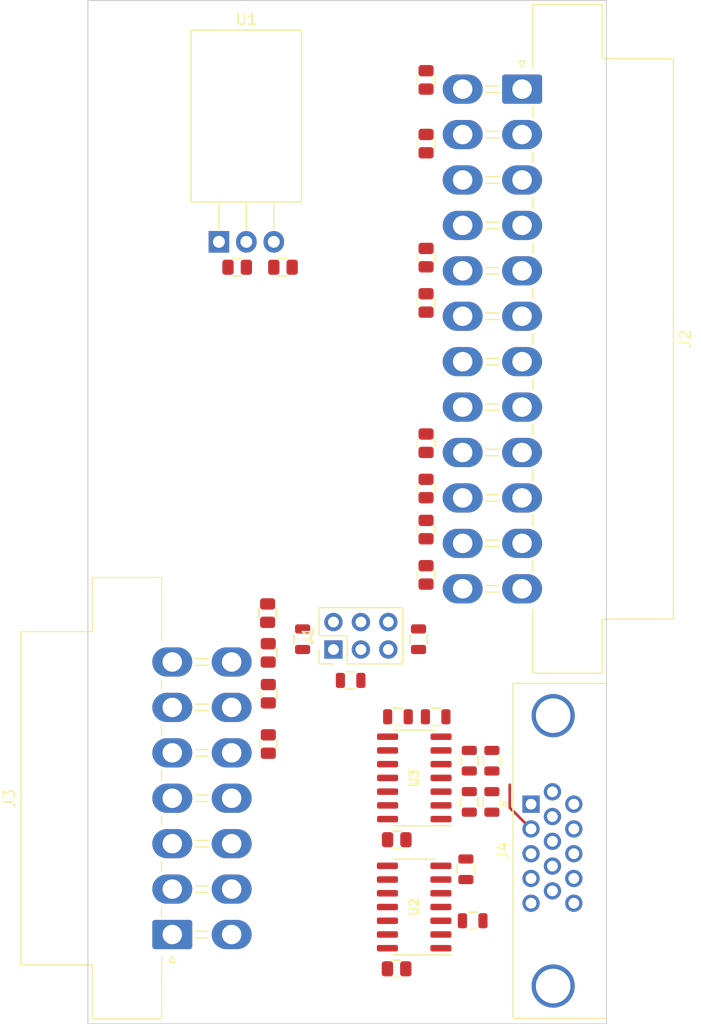
<source format=kicad_pcb>
(kicad_pcb (version 20211014) (generator pcbnew)
  (layers (0 "F.Cu" signal) (31 "B.Cu" signal) (34 "B.Paste" user) (35 "F.Paste" user) (36 "B.SilkS" user "B.Silkscreen") (37 "F.SilkS" user "F.Silkscreen") (38 "B.Mask" user) (39 "F.Mask" user) (44 "Edge.Cuts" user))
  (net 0 "")
  (net 1 "+12V")
  (net 2 "GND")
  (net 3 "+5V")
  (net 4 "+3V3")
  (net 5 "-12V")
  (net 6 "-5V")
  (net 7 "/HSx")
  (net 8 "/VSx")
  (net 9 "/PWR_OK")
  (net 10 "+5VP")
  (net 11 "/~{PS_ON}")
  (net 13 "/Ci")
  (net 14 "/HSi")
  (net 15 "/VSi")
  (net 16 "/Ro")
  (net 17 "/Go")
  (net 18 "/Bo")
  (net 23 "/HSo")
  (net 24 "/VSo")
  (net 26 "Net-(R4-Pad1)")
  (net 27 "Net-(R5-Pad1)")
  (net 28 "Net-(U3-Pad3)")
  (net 29 "Net-(U3-Pad6)")
  (net 30 "Net-(U3-Pad8)")
  (net 31 "/Cx")
  (footprint "stdpads:C_0805" (layer "F.Cu") (at 106.2525 175.700999)
    (fp_text reference "C10")
    (fp_text value "2u2")
    (fp_line (start -0.4064 0.8) (end 0.4064 0.8) (layer "F.SilkS") (width 0.1524))
    (fp_line (start -0.4064 -0.8) (end 0.4064 -0.8) (layer "F.SilkS") (width 0.1524))
    (pad "1" smd roundrect locked (at -0.85 0) (size 1.05 1.4) (layers "F.Cu" "F.Paste" "F.Mask") (net 4 "+3V3"))
    (pad "2" smd roundrect locked (at 0.85 0) (size 1.05 1.4) (layers "F.Cu" "F.Paste" "F.Mask") (net 2 "GND"))
  )
  (footprint "stdpads:R_0805" (layer "F.Cu") (at 97.536 157.1625 90)
    (fp_text reference "R3")
    (fp_text value "1k")
    (fp_line (start -0.4064 -0.8) (end 0.4064 -0.8) (layer "F.SilkS") (width 0.1524))
    (fp_line (start -0.4064 0.8) (end 0.4064 0.8) (layer "F.SilkS") (width 0.1524))
    (pad "1" smd roundrect locked (at -0.95 0 90) (size 0.85 1.4) (layers "F.Cu" "F.Paste" "F.Mask") (net 7 "/HSx"))
    (pad "2" smd roundrect locked (at 0.95 0 90) (size 0.85 1.4) (layers "F.Cu" "F.Paste" "F.Mask") (net 4 "+3V3"))
  )
  (footprint "Package_TO_SOT_THT:TO-220-3_Horizontal_TabDown" (layer "F.Cu") (at 89.789 120.4185)
    (fp_text reference "U1" (at 2.54 -20.58) (layer "F.SilkS"))
    (fp_text value "LM7905_TO220")
    (fp_line (start 7.66 -19.58) (end 7.66 -3.69) (layer "F.SilkS") (width 0.12))
    (fp_line (start 0 -3.69) (end 0 -1.15) (layer "F.SilkS") (width 0.12))
    (fp_line (start 2.54 -3.69) (end 2.54 -1.15) (layer "F.SilkS") (width 0.12))
    (fp_line (start 5.08 -3.69) (end 5.08 -1.15) (layer "F.SilkS") (width 0.12))
    (fp_line (start -2.58 -3.69) (end 7.66 -3.69) (layer "F.SilkS") (width 0.12))
    (fp_line (start -2.58 -19.58) (end -2.58 -3.69) (layer "F.SilkS") (width 0.12))
    (fp_line (start -2.58 -19.58) (end 7.66 -19.58) (layer "F.SilkS") (width 0.12))
    (pad "" np_thru_hole oval (at 2.54 -16.66) (size 3.5 3.5) (drill 3.5) (layers *.Cu *.Mask))
    (pad "1" thru_hole rect (at 0 0) (size 1.905 2) (drill 1.1) (layers *.Cu *.Mask) (net 2 "GND"))
    (pad "2" thru_hole oval (at 2.54 0) (size 1.905 2) (drill 1.1) (layers *.Cu *.Mask) (net 5 "-12V"))
    (pad "3" thru_hole oval (at 5.08 0) (size 1.905 2) (drill 1.1) (layers *.Cu *.Mask) (net 6 "-5V"))
  )
  (footprint "stdpads:R_0805" (layer "F.Cu") (at 108.2675 157.1625 90)
    (fp_text reference "R1")
    (fp_text value "1k")
    (fp_line (start -0.4064 -0.8) (end 0.4064 -0.8) (layer "F.SilkS") (width 0.1524))
    (fp_line (start -0.4064 0.8) (end 0.4064 0.8) (layer "F.SilkS") (width 0.1524))
    (pad "1" smd roundrect locked (at -0.95 0 90) (size 0.85 1.4) (layers "F.Cu" "F.Paste" "F.Mask") (net 31 "/Cx"))
    (pad "2" smd roundrect locked (at 0.95 0 90) (size 0.85 1.4) (layers "F.Cu" "F.Paste" "F.Mask") (net 4 "+3V3"))
  )
  (footprint "stdpads:C_0805" (layer "F.Cu") (at 108.966 147.0235 -90)
    (fp_text reference "C2")
    (fp_text value "2u2")
    (fp_line (start -0.4064 0.8) (end 0.4064 0.8) (layer "F.SilkS") (width 0.1524))
    (fp_line (start -0.4064 -0.8) (end 0.4064 -0.8) (layer "F.SilkS") (width 0.1524))
    (pad "1" smd roundrect locked (at -0.85 0 270) (size 1.05 1.4) (layers "F.Cu" "F.Paste" "F.Mask") (net 1 "+12V"))
    (pad "2" smd roundrect locked (at 0.85 0 270) (size 1.05 1.4) (layers "F.Cu" "F.Paste" "F.Mask") (net 2 "GND"))
  )
  (footprint "Connector_Molex:Molex_Mini-Fit_Jr_5569-14A1_2x07_P4.20mm_Horizontal" (layer "F.Cu") (at 85.471 184.4675 90)
    (fp_text reference "J3" (at 12.6 -15.1 90) (layer "F.SilkS"))
    (fp_text value "Mac")
    (fp_line (start 12.9 2.11) (end 12.9 3.39) (layer "F.SilkS") (width 0.12))
    (fp_line (start -2.6 -0.3) (end -2 0) (layer "F.SilkS") (width 0.12))
    (fp_line (start 17.1 2.11) (end 17.1 3.39) (layer "F.SilkS") (width 0.12))
    (fp_line (start 16.5 2.11) (end 16.5 3.39) (layer "F.SilkS") (width 0.12))
    (fp_line (start 33.01 -7.41) (end 33.01 -0.99) (layer "F.SilkS") (width 0.12))
    (fp_line (start -2 0) (end -2.6 0.3) (layer "F.SilkS") (width 0.12))
    (fp_line (start 20.7 2.11) (end 20.7 3.39) (layer "F.SilkS") (width 0.12))
    (fp_line (start 14.21 -1) (end 15.19 -1) (layer "F.SilkS") (width 0.12))
    (fp_line (start -2.81 -14.01) (end -2.81 -7.41) (layer "F.SilkS") (width 0.12))
    (fp_line (start 12.6 -14.01) (end 28.01 -14.01) (layer "F.SilkS") (width 0.12))
    (fp_line (start -0.3 2.11) (end -0.3 3.39) (layer "F.SilkS") (width 0.12))
    (fp_line (start 8.7 2.11) (end 8.7 3.39) (layer "F.SilkS") (width 0.12))
    (fp_line (start 21.3 2.11) (end 21.3 3.39) (layer "F.SilkS") (width 0.12))
    (fp_line (start 1.61 -1) (end 2.59 -1) (layer "F.SilkS") (width 0.12))
    (fp_line (start 12.3 2.11) (end 12.3 3.39) (layer "F.SilkS") (width 0.12))
    (fp_line (start 5.81 -1) (end 6.79 -1) (layer "F.SilkS") (width 0.12))
    (fp_line (start 8.1 2.11) (end 8.1 3.39) (layer "F.SilkS") (width 0.12))
    (fp_line (start 33.01 -0.99) (end 27.2 -0.99) (layer "F.SilkS") (width 0.12))
    (fp_line (start 3.9 2.11) (end 3.9 3.39) (layer "F.SilkS") (width 0.12))
    (fp_line (start 24.9 2.11) (end 24.9 3.39) (layer "F.SilkS") (width 0.12))
    (fp_line (start 0.3 2.11) (end 0.3 3.39) (layer "F.SilkS") (width 0.12))
    (fp_line (start 28.01 -7.41) (end 33.01 -7.41) (layer "F.SilkS") (width 0.12))
    (fp_line (start -2.6 0.3) (end -2.6 -0.3) (layer "F.SilkS") (width 0.12))
    (fp_line (start 25.5 2.11) (end 25.5 3.39) (layer "F.SilkS") (width 0.12))
    (fp_line (start 10.01 -1) (end 10.99 -1) (layer "F.SilkS") (width 0.12))
    (fp_line (start 18.41 -1) (end 19.39 -1) (layer "F.SilkS") (width 0.12))
    (fp_line (start -7.81 -0.99) (end -2 -0.99) (layer "F.SilkS") (width 0.12))
    (fp_line (start 22.61 -1) (end 23.59 -1) (layer "F.SilkS") (width 0.12))
    (fp_line (start 12.6 -14.01) (end -2.81 -14.01) (layer "F.SilkS") (width 0.12))
    (fp_line (start -7.81 -7.41) (end -7.81 -0.99) (layer "F.SilkS") (width 0.12))
    (fp_line (start -2.81 -7.41) (end -7.81 -7.41) (layer "F.SilkS") (width 0.12))
    (fp_line (start 28.01 -14.01) (end 28.01 -7.41) (layer "F.SilkS") (width 0.12))
    (fp_line (start 4.5 2.11) (end 4.5 3.39) (layer "F.SilkS") (width 0.12))
    (pad "" np_thru_hole circle (at 29.7 -4.2 90) (size 3.2 3.2) (drill 3.2) (layers *.Cu *.Mask))
    (pad "" np_thru_hole circle (at -4.5 -4.2 90) (size 3.2 3.2) (drill 3.2) (layers *.Cu *.Mask))
    (pad "1" thru_hole roundrect (at 0 0 90) (size 2.7 3.7) (drill 1.8) (layers *.Cu *.Mask) (roundrect_rratio 0.092593) (net 2 "GND"))
    (pad "2" thru_hole oval (at 4.2 0 90) (size 2.7 3.7) (drill 1.8) (layers *.Cu *.Mask) (net 2 "GND"))
    (pad "3" thru_hole oval (at 8.4 0 90) (size 2.7 3.7) (drill 1.8) (layers *.Cu *.Mask) (net 2 "GND"))
    (pad "4" thru_hole oval (at 12.6 0 90) (size 2.7 3.7) (drill 1.8) (layers *.Cu *.Mask) (net 2 "GND"))
    (pad "5" thru_hole oval (at 16.8 0 90) (size 2.7 3.7) (drill 1.8) (layers *.Cu *.Mask) (net 2 "GND"))
    (pad "6" thru_hole oval (at 21 0 90) (size 2.7 3.7) (drill 1.8) (layers *.Cu *.Mask) (net 6 "-5V"))
    (pad "7" thru_hole oval (at 25.2 0 90) (size 2.7 3.7) (drill 1.8) (layers *.Cu *.Mask) (net 5 "-12V"))
    (pad "8" thru_hole oval (at 0 5.5 90) (size 2.7 3.7) (drill 1.8) (layers *.Cu *.Mask) (net 2 "GND"))
    (pad "9" thru_hole oval (at 4.2 5.5 90) (size 2.7 3.7) (drill 1.8) (layers *.Cu *.Mask) (net 13 "/Ci"))
    (pad "10" thru_hole oval (at 8.4 5.5 90) (size 2.7 3.7) (drill 1.8) (layers *.Cu *.Mask) (net 14 "/HSi"))
    (pad "11" thru_hole oval (at 12.6 5.5 90) (size 2.7 3.7) (drill 1.8) (layers *.Cu *.Mask) (net 15 "/VSi"))
    (pad "12" thru_hole oval (at 16.8 5.5 90) (size 2.7 3.7) (drill 1.8) (layers *.Cu *.Mask) (net 3 "+5V"))
    (pad "13" thru_hole oval (at 21 5.5 90) (size 2.7 3.7) (drill 1.8) (layers *.Cu *.Mask) (net 3 "+5V"))
    (pad "14" thru_hole oval (at 25.2 5.5 90) (size 2.7 3.7) (drill 1.8) (layers *.Cu *.Mask) (net 1 "+12V"))
  )
  (footprint "stdpads:R_0805" (layer "F.Cu") (at 109.855 164.334499 180)
    (fp_text reference "R11")
    (fp_text value "130")
    (fp_line (start -0.4064 -0.8) (end 0.4064 -0.8) (layer "F.SilkS") (width 0.1524))
    (fp_line (start -0.4064 0.8) (end 0.4064 0.8) (layer "F.SilkS") (width 0.1524))
    (pad "1" smd roundrect locked (at -0.95 0 180) (size 0.85 1.4) (layers "F.Cu" "F.Paste" "F.Mask") (net 2 "GND"))
    (pad "2" smd roundrect locked (at 0.95 0 180) (size 0.85 1.4) (layers "F.Cu" "F.Paste" "F.Mask") (net 18 "/Bo"))
  )
  (footprint "stdpads:C_0805" (layer "F.Cu") (at 108.966 126.0685 -90)
    (fp_text reference "C7")
    (fp_text value "2u2")
    (fp_line (start -0.4064 -0.8) (end 0.4064 -0.8) (layer "F.SilkS") (width 0.1524))
    (fp_line (start -0.4064 0.8) (end 0.4064 0.8) (layer "F.SilkS") (width 0.1524))
    (pad "1" smd roundrect locked (at -0.85 0 270) (size 1.05 1.4) (layers "F.Cu" "F.Paste" "F.Mask") (net 3 "+5V"))
    (pad "2" smd roundrect locked (at 0.85 0 270) (size 1.05 1.4) (layers "F.Cu" "F.Paste" "F.Mask") (net 2 "GND"))
  )
  (footprint "stdpads:C_0805" (layer "F.Cu") (at 106.238 187.638999)
    (fp_text reference "C16")
    (fp_text value "2u2")
    (fp_line (start -0.4064 0.8) (end 0.4064 0.8) (layer "F.SilkS") (width 0.1524))
    (fp_line (start -0.4064 -0.8) (end 0.4064 -0.8) (layer "F.SilkS") (width 0.1524))
    (pad "1" smd roundrect locked (at -0.85 0) (size 1.05 1.4) (layers "F.Cu" "F.Paste" "F.Mask") (net 4 "+3V3"))
    (pad "2" smd roundrect locked (at 0.85 0) (size 1.05 1.4) (layers "F.Cu" "F.Paste" "F.Mask") (net 2 "GND"))
  )
  (footprint "Connector_Molex:Molex_Mini-Fit_Jr_5569-24A1_2x12_P4.20mm_Horizontal" (layer "F.Cu") (at 117.856 106.299 -90)
    (fp_text reference "J2" (at 23.1 -15.1 90) (layer "F.SilkS"))
    (fp_text value "ATX")
    (fp_line (start 31.01 -1) (end 31.99 -1) (layer "F.SilkS") (width 0.12))
    (fp_line (start 33.3 2.11) (end 33.3 3.39) (layer "F.SilkS") (width 0.12))
    (fp_line (start 0.3 2.11) (end 0.3 3.39) (layer "F.SilkS") (width 0.12))
    (fp_line (start 37.5 2.11) (end 37.5 3.39) (layer "F.SilkS") (width 0.12))
    (fp_line (start 39.41 -1) (end 40.39 -1) (layer "F.SilkS") (width 0.12))
    (fp_line (start 1.61 -1) (end 2.59 -1) (layer "F.SilkS") (width 0.12))
    (fp_line (start 26.81 -1) (end 27.79 -1) (layer "F.SilkS") (width 0.12))
    (fp_line (start 25.5 2.11) (end 25.5 3.39) (layer "F.SilkS") (width 0.12))
    (fp_line (start 10.01 -1) (end 10.99 -1) (layer "F.SilkS") (width 0.12))
    (fp_line (start 24.9 2.11) (end 24.9 3.39) (layer "F.SilkS") (width 0.12))
    (fp_line (start 49.01 -14.01) (end 49.01 -7.41) (layer "F.SilkS") (width 0.12))
    (fp_line (start 12.3 2.11) (end 12.3 3.39) (layer "F.SilkS") (width 0.12))
    (fp_line (start 21.3 2.11) (end 21.3 3.39) (layer "F.SilkS") (width 0.12))
    (fp_line (start 29.1 2.11) (end 29.1 3.39) (layer "F.SilkS") (width 0.12))
    (fp_line (start 46.5 2.11) (end 46.5 3.39) (layer "F.SilkS") (width 0.12))
    (fp_line (start 41.7 2.11) (end 41.7 3.39) (layer "F.SilkS") (width 0.12))
    (fp_line (start -2 0) (end -2.6 0.3) (layer "F.SilkS") (width 0.12))
    (fp_line (start 23.1 -14.01) (end -2.81 -14.01) (layer "F.SilkS") (width 0.12))
    (fp_line (start 14.21 -1) (end 15.19 -1) (layer "F.SilkS") (width 0.12))
    (fp_line (start -2.81 -14.01) (end -2.81 -7.41) (layer "F.SilkS") (width 0.12))
    (fp_line (start 23.1 -14.01) (end 49.01 -14.01) (layer "F.SilkS") (width 0.12))
    (fp_line (start 20.7 2.11) (end 20.7 3.39) (layer "F.SilkS") (width 0.12))
    (fp_line (start -2.81 -7.41) (end -7.81 -7.41) (layer "F.SilkS") (width 0.12))
    (fp_line (start 16.5 2.11) (end 16.5 3.39) (layer "F.SilkS") (width 0.12))
    (fp_line (start 3.9 2.11) (end 3.9 3.39) (layer "F.SilkS") (width 0.12))
    (fp_line (start -2.6 0.3) (end -2.6 -0.3) (layer "F.SilkS") (width 0.12))
    (fp_line (start 38.1 2.11) (end 38.1 3.39) (layer "F.SilkS") (width 0.12))
    (fp_line (start 35.21 -1) (end 36.19 -1) (layer "F.SilkS") (width 0.12))
    (fp_line (start 12.9 2.11) (end 12.9 3.39) (layer "F.SilkS") (width 0.12))
    (fp_line (start 8.1 2.11) (end 8.1 3.39) (layer "F.SilkS") (width 0.12))
    (fp_line (start 29.7 2.11) (end 29.7 3.39) (layer "F.SilkS") (width 0.12))
    (fp_line (start 54.01 -7.41) (end 54.01 -0.99) (layer "F.SilkS") (width 0.12))
    (fp_line (start 8.7 2.11) (end 8.7 3.39) (layer "F.SilkS") (width 0.12))
    (fp_line (start 22.61 -1) (end 23.59 -1) (layer "F.SilkS") (width 0.12))
    (fp_line (start 17.1 2.11) (end 17.1 3.39) (layer "F.SilkS") (width 0.12))
    (fp_line (start 5.81 -1) (end 6.79 -1) (layer "F.SilkS") (width 0.12))
    (fp_line (start -2.6 -0.3) (end -2 0) (layer "F.SilkS") (width 0.12))
    (fp_line (start 4.5 2.11) (end 4.5 3.39) (layer "F.SilkS") (width 0.12))
    (fp_line (start -7.81 -7.41) (end -7.81 -0.99) (layer "F.SilkS") (width 0.12))
    (fp_line (start 45.9 2.11) (end 45.9 3.39) (layer "F.SilkS") (width 0.12))
    (fp_line (start 54.01 -0.99) (end 48.2 -0.99) (layer "F.SilkS") (width 0.12))
    (fp_line (start -0.3 2.11) (end -0.3 3.39) (layer "F.SilkS") (width 0.12))
    (fp_line (start 33.9 2.11) (end 33.9 3.39) (layer "F.SilkS") (width 0.12))
    (fp_line (start 42.3 2.11) (end 42.3 3.39) (layer "F.SilkS") (width 0.12))
    (fp_line (start 18.41 -1) (end 19.39 -1) (layer "F.SilkS") (width 0.12))
    (fp_line (start 43.61 -1) (end 44.59 -1) (layer "F.SilkS") (width 0.12))
    (fp_line (start 49.01 -7.41) (end 54.01 -7.41) (layer "F.SilkS") (width 0.12))
    (fp_line (start -7.81 -0.99) (end -2 -0.99) (layer "F.SilkS") (width 0.12))
    (pad "" np_thru_hole circle (at -4.5 -4.2 270) (size 3.2 3.2) (drill 3.2) (layers *.Cu *.Mask))
    (pad "" np_thru_hole circle (at 50.7 -4.2 270) (size 3.2 3.2) (drill 3.2) (layers *.Cu *.Mask))
    (pad "1" thru_hole roundrect (at 0 0 270) (size 2.7 3.7) (drill 1.8) (layers *.Cu *.Mask) (roundrect_rratio 0.092593) (net 4 "+3V3"))
    (pad "2" thru_hole oval (at 4.2 0 270) (size 2.7 3.7) (drill 1.8) (layers *.Cu *.Mask) (net 4 "+3V3"))
    (pad "3" thru_hole oval (at 8.4 0 270) (size 2.7 3.7) (drill 1.8) (layers *.Cu *.Mask) (net 2 "GND"))
    (pad "4" thru_hole oval (at 12.6 0 270) (size 2.7 3.7) (drill 1.8) (layers *.Cu *.Mask) (net 3 "+5V"))
    (pad "5" thru_hole oval (at 16.8 0 270) (size 2.7 3.7) (drill 1.8) (layers *.Cu *.Mask) (net 2 "GND"))
    (pad "6" thru_hole oval (at 21 0 270) (size 2.7 3.7) (drill 1.8) (layers *.Cu *.Mask) (net 3 "+5V"))
    (pad "7" thru_hole oval (at 25.2 0 270) (size 2.7 3.7) (drill 1.8) (layers *.Cu *.Mask) (net 2 "GND"))
    (pad "8" thru_hole oval (at 29.4 0 270) (size 2.7 3.7) (drill 1.8) (layers *.Cu *.Mask) (net 9 "/PWR_OK"))
    (pad "9" thru_hole oval (at 33.6 0 270) (size 2.7 3.7) (drill 1.8) (layers *.Cu *.Mask) (net 10 "+5VP"))
    (pad "10" thru_hole oval (at 37.8 0 270) (size 2.7 3.7) (drill 1.8) (layers *.Cu *.Mask) (net 1 "+12V"))
    (pad "11" thru_hole oval (at 42 0 270) (size 2.7 3.7) (drill 1.8) (layers *.Cu *.Mask) (net 1 "+12V"))
    (pad "12" thru_hole oval (at 46.2 0 270) (size 2.7 3.7) (drill 1.8) (layers *.Cu *.Mask) (net 4 "+3V3"))
    (pad "13" thru_hole oval (at 0 5.5 270) (size 2.7 3.7) (drill 1.8) (layers *.Cu *.Mask) (net 4 "+3V3"))
    (pad "14" thru_hole oval (at 4.2 5.5 270) (size 2.7 3.7) (drill 1.8) (layers *.Cu *.Mask) (net 5 "-12V"))
    (pad "15" thru_hole oval (at 8.4 5.5 270) (size 2.7 3.7) (drill 1.8) (layers *.Cu *.Mask) (net 2 "GND"))
    (pad "16" thru_hole oval (at 12.6 5.5 270) (size 2.7 3.7) (drill 1.8) (layers *.Cu *.Mask) (net 11 "/~{PS_ON}"))
    (pad "17" thru_hole oval (at 16.8 5.5 270) (size 2.7 3.7) (drill 1.8) (layers *.Cu *.Mask) (net 2 "GND"))
    (pad "18" thru_hole oval (at 21 5.5 270) (size 2.7 3.7) (drill 1.8) (layers *.Cu *.Mask) (net 2 "GND"))
    (pad "19" thru_hole oval (at 25.2 5.5 270) (size 2.7 3.7) (drill 1.8) (layers *.Cu *.Mask) (net 2 "GND"))
    (pad "20" thru_hole oval (at 29.4 5.5 270) (size 2.7 3.7) (drill 1.8) (layers *.Cu *.Mask))
    (pad "21" thru_hole oval (at 33.6 5.5 270) (size 2.7 3.7) (drill 1.8) (layers *.Cu *.Mask) (net 3 "+5V"))
    (pad "22" thru_hole oval (at 37.8 5.5 270) (size 2.7 3.7) (drill 1.8) (layers *.Cu *.Mask) (net 3 "+5V"))
    (pad "23" thru_hole oval (at 42 5.5 270) (size 2.7 3.7) (drill 1.8) (layers *.Cu *.Mask) (net 3 "+5V"))
    (pad "24" thru_hole oval (at 46.2 5.5 270) (size 2.7 3.7) (drill 1.8) (layers *.Cu *.Mask) (net 2 "GND"))
  )
  (footprint "stdpads:C_0805" (layer "F.Cu") (at 94.352 158.426 90)
    (fp_text reference "C1")
    (fp_text value "2u2")
    (fp_line (start -0.4064 -0.8) (end 0.4064 -0.8) (layer "F.SilkS") (width 0.1524))
    (fp_line (start -0.4064 0.8) (end 0.4064 0.8) (layer "F.SilkS") (width 0.1524))
    (pad "1" smd roundrect locked (at -0.85 0 90) (size 1.05 1.4) (layers "F.Cu" "F.Paste" "F.Mask") (net 1 "+12V"))
    (pad "2" smd roundrect locked (at 0.85 0 90) (size 1.05 1.4) (layers "F.Cu" "F.Paste" "F.Mask") (net 2 "GND"))
  )
  (footprint "stdpads:C_0805" (layer "F.Cu") (at 94.2975 154.7495 -90)
    (fp_text reference "C12")
    (fp_text value "2u2")
    (fp_line (start -0.4064 0.8) (end 0.4064 0.8) (layer "F.SilkS") (width 0.1524))
    (fp_line (start -0.4064 -0.8) (end 0.4064 -0.8) (layer "F.SilkS") (width 0.1524))
    (pad "1" smd roundrect locked (at -0.85 0 270) (size 1.05 1.4) (layers "F.Cu" "F.Paste" "F.Mask") (net 2 "GND"))
    (pad "2" smd roundrect locked (at 0.85 0 270) (size 1.05 1.4) (layers "F.Cu" "F.Paste" "F.Mask") (net 5 "-12V"))
  )
  (footprint "stdpads:C_0805" (layer "F.Cu") (at 108.966 143.228 90)
    (fp_text reference "C4")
    (fp_text value "2u2")
    (fp_line (start -0.4064 -0.8) (end 0.4064 -0.8) (layer "F.SilkS") (width 0.1524))
    (fp_line (start -0.4064 0.8) (end 0.4064 0.8) (layer "F.SilkS") (width 0.1524))
    (pad "1" smd roundrect locked (at -0.85 0 90) (size 1.05 1.4) (layers "F.Cu" "F.Paste" "F.Mask") (net 3 "+5V"))
    (pad "2" smd roundrect locked (at 0.85 0 90) (size 1.05 1.4) (layers "F.Cu" "F.Paste" "F.Mask") (net 2 "GND"))
  )
  (footprint "stdpads:C_0805" (layer "F.Cu") (at 94.361 162.2035 90)
    (fp_text reference "C15")
    (fp_text value "2u2")
    (fp_line (start -0.4064 -0.8) (end 0.4064 -0.8) (layer "F.SilkS") (width 0.1524))
    (fp_line (start -0.4064 0.8) (end 0.4064 0.8) (layer "F.SilkS") (width 0.1524))
    (pad "1" smd roundrect locked (at -0.85 0 90) (size 1.05 1.4) (layers "F.Cu" "F.Paste" "F.Mask") (net 2 "GND"))
    (pad "2" smd roundrect locked (at 0.85 0 90) (size 1.05 1.4) (layers "F.Cu" "F.Paste" "F.Mask") (net 6 "-5V"))
  )
  (footprint "stdpads:R_0805" (layer "F.Cu") (at 106.3625 164.334499)
    (fp_text reference "R10")
    (fp_text value "150")
    (fp_line (start -0.4064 -0.8) (end 0.4064 -0.8) (layer "F.SilkS") (width 0.1524))
    (fp_line (start -0.4064 0.8) (end 0.4064 0.8) (layer "F.SilkS") (width 0.1524))
    (pad "1" smd roundrect locked (at -0.95 0) (size 0.85 1.4) (layers "F.Cu" "F.Paste" "F.Mask") (net 30 "Net-(U3-Pad8)"))
    (pad "2" smd roundrect locked (at 0.95 0) (size 0.85 1.4) (layers "F.Cu" "F.Paste" "F.Mask") (net 18 "/Bo"))
  )
  (footprint "stdpads:R_0805" (layer "F.Cu") (at 112.6515 178.433999 90)
    (fp_text reference "R5")
    (fp_text value "47")
    (fp_line (start -0.4064 0.8) (end 0.4064 0.8) (layer "F.SilkS") (width 0.1524))
    (fp_line (start -0.4064 -0.8) (end 0.4064 -0.8) (layer "F.SilkS") (width 0.1524))
    (pad "1" smd roundrect locked (at -0.95 0 90) (size 0.85 1.4) (layers "F.Cu" "F.Paste" "F.Mask") (net 27 "Net-(R5-Pad1)"))
    (pad "2" smd roundrect locked (at 0.95 0 90) (size 0.85 1.4) (layers "F.Cu" "F.Paste" "F.Mask") (net 24 "/VSo"))
  )
  (footprint "stdpads:R_0805" (layer "F.Cu") (at 112.969 168.393499 -90)
    (fp_text reference "R8")
    (fp_text value "150")
    (fp_line (start -0.4064 -0.8) (end 0.4064 -0.8) (layer "F.SilkS") (width 0.1524))
    (fp_line (start -0.4064 0.8) (end 0.4064 0.8) (layer "F.SilkS") (width 0.1524))
    (pad "1" smd roundrect locked (at -0.95 0 270) (size 0.85 1.4) (layers "F.Cu" "F.Paste" "F.Mask") (net 29 "Net-(U3-Pad6)"))
    (pad "2" smd roundrect locked (at 0.95 0 270) (size 0.85 1.4) (layers "F.Cu" "F.Paste" "F.Mask") (net 17 "/Go"))
  )
  (footprint "stdpads:C_0805" (layer "F.Cu") (at 108.966 111.3365 90)
    (fp_text reference "C13")
    (fp_text value "2u2")
    (fp_line (start -0.4064 0.8) (end 0.4064 0.8) (layer "F.SilkS") (width 0.1524))
    (fp_line (start -0.4064 -0.8) (end 0.4064 -0.8) (layer "F.SilkS") (width 0.1524))
    (pad "1" smd roundrect locked (at -0.85 0 90) (size 1.05 1.4) (layers "F.Cu" "F.Paste" "F.Mask") (net 2 "GND"))
    (pad "2" smd roundrect locked (at 0.85 0 90) (size 1.05 1.4) (layers "F.Cu" "F.Paste" "F.Mask") (net 5 "-12V"))
  )
  (footprint "stdpads:C_0805" (layer "F.Cu") (at 91.479 122.768)
    (fp_text reference "C11")
    (fp_text value "2u2")
    (fp_line (start -0.4064 -0.8) (end 0.4064 -0.8) (layer "F.SilkS") (width 0.1524))
    (fp_line (start -0.4064 0.8) (end 0.4064 0.8) (layer "F.SilkS") (width 0.1524))
    (pad "1" smd roundrect locked (at -0.85 0) (size 1.05 1.4) (layers "F.Cu" "F.Paste" "F.Mask") (net 2 "GND"))
    (pad "2" smd roundrect locked (at 0.85 0) (size 1.05 1.4) (layers "F.Cu" "F.Paste" "F.Mask") (net 5 "-12V"))
  )
  (footprint "stdpads:R_0805" (layer "F.Cu") (at 115.062 172.205999 -90)
    (fp_text reference "R7")
    (fp_text value "130")
    (fp_line (start -0.4064 0.8) (end 0.4064 0.8) (layer "F.SilkS") (width 0.1524))
    (fp_line (start -0.4064 -0.8) (end 0.4064 -0.8) (layer "F.SilkS") (width 0.1524))
    (pad "1" smd roundrect locked (at -0.95 0 270) (size 0.85 1.4) (layers "F.Cu" "F.Paste" "F.Mask") (net 2 "GND"))
    (pad "2" smd roundrect locked (at 0.95 0 270) (size 0.85 1.4) (layers "F.Cu" "F.Paste" "F.Mask") (net 16 "/Ro"))
  )
  (footprint "stdpads:SOIC-14_3.9mm" (layer "F.Cu") (at 107.8645 181.923999 90)
    (fp_text reference "U2")
    (fp_text value "74LVC86AD")
    (fp_text user "${REFERENCE}" (at 0 0 90) (layer "F.SilkS") (effects (font (size 0.8128 0.8128) (thickness 0.2032))))
    (fp_line (start 4.425 0) (end 4.425 -1.95) (layer "F.SilkS") (width 0.12))
    (fp_line (start -4.425 0) (end -4.425 -1.95) (layer "F.SilkS") (width 0.12))
    (fp_line (start 4.425 0) (end 4.425 1.95) (layer "F.SilkS") (width 0.12))
    (fp_line (start -4.425 0) (end -4.425 3.45) (layer "F.SilkS") (width 0.12))
    (pad "1" smd roundrect locked (at -3.81 2.475 180) (size 1.95 0.6) (layers "F.Cu" "F.Paste" "F.Mask") (net 14 "/HSi"))
    (pad "2" smd roundrect locked (at -2.54 2.475 180) (size 1.95 0.6) (layers "F.Cu" "F.Paste" "F.Mask") (net 7 "/HSx"))
    (pad "3" smd roundrect locked (at -1.27 2.475 180) (size 1.95 0.6) (layers "F.Cu" "F.Paste" "F.Mask") (net 26 "Net-(R4-Pad1)"))
    (pad "4" smd roundrect locked (at 0 2.475 180) (size 1.95 0.6) (layers "F.Cu" "F.Paste" "F.Mask") (net 15 "/VSi"))
    (pad "5" smd roundrect locked (at 1.27 2.475 180) (size 1.95 0.6) (layers "F.Cu" "F.Paste" "F.Mask") (net 8 "/VSx"))
    (pad "6" smd roundrect locked (at 2.54 2.475 180) (size 1.95 0.6) (layers "F.Cu" "F.Paste" "F.Mask") (net 27 "Net-(R5-Pad1)"))
    (pad "7" smd roundrect locked (at 3.81 2.475 180) (size 1.95 0.6) (layers "F.Cu" "F.Paste" "F.Mask") (net 2 "GND"))
    (pad "8" smd roundrect locked (at 3.81 -2.475 180) (size 1.95 0.6) (layers "F.Cu" "F.Paste" "F.Mask"))
    (pad "9" smd roundrect locked (at 2.54 -2.475 180) (size 1.95 0.6) (layers "F.Cu" "F.Paste" "F.Mask") (net 2 "GND"))
    (pad "10" smd roundrect locked (at 1.27 -2.475 180) (size 1.95 0.6) (layers "F.Cu" "F.Paste" "F.Mask") (net 2 "GND"))
    (pad "11" smd roundrect locked (at 0 -2.475 180) (size 1.95 0.6) (layers "F.Cu" "F.Paste" "F.Mask"))
    (pad "12" smd roundrect locked (at -1.27 -2.475 180) (size 1.95 0.6) (layers "F.Cu" "F.Paste" "F.Mask") (net 2 "GND"))
    (pad "13" smd roundrect locked (at -2.54 -2.475 180) (size 1.95 0.6) (layers "F.Cu" "F.Paste" "F.Mask") (net 2 "GND"))
    (pad "14" smd roundrect locked (at -3.81 -2.475 180) (size 1.95 0.6) (layers "F.Cu" "F.Paste" "F.Mask") (net 4 "+3V3"))
  )
  (footprint "Connector_Dsub:DSUB-15-HD_Female_Horizontal_P2.29x1.98mm_EdgePinOffset3.03mm_Housed_MountingHolesOffset4.94mm" (layer "F.Cu") (at 118.685169 172.414499 90)
    (fp_text reference "J4" (at -4.315 -2.61 90) (layer "F.SilkS"))
    (fp_text value "VGA")
    (fp_line (start -0.25 -2.564338) (end 0.25 -2.564338) (layer "F.SilkS") (width 0.12))
    (fp_line (start -19.8 -1.67) (end 11.17 -1.67) (layer "F.SilkS") (width 0.12))
    (fp_line (start 11.17 -1.67) (end 11.17 6.93) (layer "F.SilkS") (width 0.12))
    (fp_line (start 0 -2.131325) (end -0.25 -2.564338) (layer "F.SilkS") (width 0.12))
    (fp_line (start 0.25 -2.564338) (end 0 -2.131325) (layer "F.SilkS") (width 0.12))
    (fp_line (start -19.8 6.93) (end -19.8 -1.67) (layer "F.SilkS") (width 0.12))
    (pad "0" thru_hole circle (at 8.185 2.05 90) (size 4 4) (drill 3.2) (layers *.Cu *.Mask) (net 2 "GND"))
    (pad "0" thru_hole circle (at -16.815 2.05 90) (size 4 4) (drill 3.2) (layers *.Cu *.Mask) (net 2 "GND"))
    (pad "1" thru_hole rect (at 0 0 90) (size 1.6 1.6) (drill 1) (layers *.Cu *.Mask) (net 16 "/Ro"))
    (pad "2" thru_hole circle (at -2.29 0 90) (size 1.6 1.6) (drill 1) (layers *.Cu *.Mask) (net 17 "/Go"))
    (pad "3" thru_hole circle (at -4.58 0 90) (size 1.6 1.6) (drill 1) (layers *.Cu *.Mask) (net 18 "/Bo"))
    (pad "4" thru_hole circle (at -6.87 0 90) (size 1.6 1.6) (drill 1) (layers *.Cu *.Mask))
    (pad "5" thru_hole circle (at -9.16 0 90) (size 1.6 1.6) (drill 1) (layers *.Cu *.Mask) (net 2 "GND"))
    (pad "6" thru_hole circle (at 1.145 1.98 90) (size 1.6 1.6) (drill 1) (layers *.Cu *.Mask) (net 2 "GND"))
    (pad "7" thru_hole circle (at -1.145 1.98 90) (size 1.6 1.6) (drill 1) (layers *.Cu *.Mask) (net 2 "GND"))
    (pad "8" thru_hole circle (at -3.435 1.98 90) (size 1.6 1.6) (drill 1) (layers *.Cu *.Mask) (net 2 "GND"))
    (pad "9" thru_hole circle (at -5.725 1.98 90) (size 1.6 1.6) (drill 1) (layers *.Cu *.Mask))
    (pad "10" thru_hole circle (at -8.015 1.98 90) (size 1.6 1.6) (drill 1) (layers *.Cu *.Mask) (net 2 "GND"))
    (pad "11" thru_hole circle (at 0 3.96 90) (size 1.6 1.6) (drill 1) (layers *.Cu *.Mask))
    (pad "12" thru_hole circle (at -2.29 3.96 90) (size 1.6 1.6) (drill 1) (layers *.Cu *.Mask))
    (pad "13" thru_hole circle (at -4.58 3.96 90) (size 1.6 1.6) (drill 1) (layers *.Cu *.Mask) (net 23 "/HSo"))
    (pad "14" thru_hole circle (at -6.87 3.96 90) (size 1.6 1.6) (drill 1) (layers *.Cu *.Mask) (net 24 "/VSo"))
    (pad "15" thru_hole circle (at -9.16 3.96 90) (size 1.6 1.6) (drill 1) (layers *.Cu *.Mask))
  )
  (footprint "stdpads:R_0805" (layer "F.Cu") (at 115.062 168.396 -90)
    (fp_text reference "R9")
    (fp_text value "130")
    (fp_line (start -0.4064 -0.8) (end 0.4064 -0.8) (layer "F.SilkS") (width 0.1524))
    (fp_line (start -0.4064 0.8) (end 0.4064 0.8) (layer "F.SilkS") (width 0.1524))
    (pad "1" smd roundrect locked (at -0.95 0 270) (size 0.85 1.4) (layers "F.Cu" "F.Paste" "F.Mask") (net 2 "GND"))
    (pad "2" smd roundrect locked (at 0.95 0 270) (size 0.85 1.4) (layers "F.Cu" "F.Paste" "F.Mask") (net 17 "/Go"))
  )
  (footprint "Connector_PinHeader_2.54mm:PinHeader_2x03_P2.54mm_Vertical" (layer "F.Cu") (at 100.3935 158.115 90)
    (fp_text reference "J1" (at 1.27 -2.33 90) (layer "F.SilkS"))
    (fp_text value "XOR")
    (fp_line (start -1.33 1.27) (end 1.27 1.27) (layer "F.SilkS") (width 0.12))
    (fp_line (start 1.27 -1.33) (end 3.87 -1.33) (layer "F.SilkS") (width 0.12))
    (fp_line (start 3.87 -1.33) (end 3.87 6.41) (layer "F.SilkS") (width 0.12))
    (fp_line (start -1.33 1.27) (end -1.33 6.41) (layer "F.SilkS") (width 0.12))
    (fp_line (start -1.33 6.41) (end 3.87 6.41) (layer "F.SilkS") (width 0.12))
    (fp_line (start -1.33 -1.33) (end 0 -1.33) (layer "F.SilkS") (width 0.12))
    (fp_line (start -1.33 0) (end -1.33 -1.33) (layer "F.SilkS") (width 0.12))
    (fp_line (start 1.27 1.27) (end 1.27 -1.33) (layer "F.SilkS") (width 0.12))
    (pad "1" thru_hole rect (at 0 0 90) (size 1.7 1.7) (drill 1) (layers *.Cu *.Mask) (net 7 "/HSx"))
    (pad "2" thru_hole oval (at 2.54 0 90) (size 1.7 1.7) (drill 1) (layers *.Cu *.Mask) (net 2 "GND"))
    (pad "3" thru_hole oval (at 0 2.54 90) (size 1.7 1.7) (drill 1) (layers *.Cu *.Mask) (net 8 "/VSx"))
    (pad "4" thru_hole oval (at 2.54 2.54 90) (size 1.7 1.7) (drill 1) (layers *.Cu *.Mask) (net 2 "GND"))
    (pad "5" thru_hole oval (at 0 5.08 90) (size 1.7 1.7) (drill 1) (layers *.Cu *.Mask) (net 31 "/Cx"))
    (pad "6" thru_hole oval (at 2.54 5.08 90) (size 1.7 1.7) (drill 1) (layers *.Cu *.Mask) (net 2 "GND"))
  )
  (footprint "stdpads:R_0805" (layer "F.Cu") (at 112.969 172.203499 -90)
    (fp_text reference "R6")
    (fp_text value "150")
    (fp_line (start -0.4064 -0.8) (end 0.4064 -0.8) (layer "F.SilkS") (width 0.1524))
    (fp_line (start -0.4064 0.8) (end 0.4064 0.8) (layer "F.SilkS") (width 0.1524))
    (pad "1" smd roundrect locked (at -0.95 0 270) (size 0.85 1.4) (layers "F.Cu" "F.Paste" "F.Mask") (net 28 "Net-(U3-Pad3)"))
    (pad "2" smd roundrect locked (at 0.95 0 270) (size 0.85 1.4) (layers "F.Cu" "F.Paste" "F.Mask") (net 16 "/Ro"))
  )
  (footprint "stdpads:R_0805" (layer "F.Cu") (at 113.284 183.193999)
    (fp_text reference "R4")
    (fp_text value "47")
    (fp_line (start -0.4064 -0.8) (end 0.4064 -0.8) (layer "F.SilkS") (width 0.1524))
    (fp_line (start -0.4064 0.8) (end 0.4064 0.8) (layer "F.SilkS") (width 0.1524))
    (pad "1" smd roundrect locked (at -0.95 0) (size 0.85 1.4) (layers "F.Cu" "F.Paste" "F.Mask") (net 26 "Net-(R4-Pad1)"))
    (pad "2" smd roundrect locked (at 0.95 0) (size 0.85 1.4) (layers "F.Cu" "F.Paste" "F.Mask") (net 23 "/HSo"))
  )
  (footprint "stdpads:R_0805" (layer "F.Cu") (at 101.9835 160.97 180)
    (fp_text reference "R2")
    (fp_text value "1k")
    (fp_line (start -0.4064 -0.8) (end 0.4064 -0.8) (layer "F.SilkS") (width 0.1524))
    (fp_line (start -0.4064 0.8) (end 0.4064 0.8) (layer "F.SilkS") (width 0.1524))
    (pad "1" smd roundrect locked (at -0.95 0 180) (size 0.85 1.4) (layers "F.Cu" "F.Paste" "F.Mask") (net 8 "/VSx"))
    (pad "2" smd roundrect locked (at 0.95 0 180) (size 0.85 1.4) (layers "F.Cu" "F.Paste" "F.Mask") (net 4 "+3V3"))
  )
  (footprint "stdpads:C_0805" (layer "F.Cu") (at 94.361 166.8535 90)
    (fp_text reference "C6")
    (fp_text value "2u2")
    (fp_line (start -0.4064 0.8) (end 0.4064 0.8) (layer "F.SilkS") (width 0.1524))
    (fp_line (start -0.4064 -0.8) (end 0.4064 -0.8) (layer "F.SilkS") (width 0.1524))
    (pad "1" smd roundrect locked (at -0.85 0 90) (size 1.05 1.4) (layers "F.Cu" "F.Paste" "F.Mask") (net 3 "+5V"))
    (pad "2" smd roundrect locked (at 0.85 0 90) (size 1.05 1.4) (layers "F.Cu" "F.Paste" "F.Mask") (net 2 "GND"))
  )
  (footprint "stdpads:C_0805" (layer "F.Cu") (at 95.719 122.768 180)
    (fp_text reference "C14")
    (fp_text value "2u2")
    (fp_line (start -0.4064 -0.8) (end 0.4064 -0.8) (layer "F.SilkS") (width 0.1524))
    (fp_line (start -0.4064 0.8) (end 0.4064 0.8) (layer "F.SilkS") (width 0.1524))
    (pad "1" smd roundrect locked (at -0.85 0 180) (size 1.05 1.4) (layers "F.Cu" "F.Paste" "F.Mask") (net 2 "GND"))
    (pad "2" smd roundrect locked (at 0.85 0 180) (size 1.05 1.4) (layers "F.Cu" "F.Paste" "F.Mask") (net 6 "-5V"))
  )
  (footprint "stdpads:C_0805" (layer "F.Cu") (at 108.966 105.4455 90)
    (fp_text reference "C9")
    (fp_text value "2u2")
    (fp_line (start -0.4064 0.8) (end 0.4064 0.8) (layer "F.SilkS") (width 0.1524))
    (fp_line (start -0.4064 -0.8) (end 0.4064 -0.8) (layer "F.SilkS") (width 0.1524))
    (pad "1" smd roundrect locked (at -0.85 0 90) (size 1.05 1.4) (layers "F.Cu" "F.Paste" "F.Mask") (net 4 "+3V3"))
    (pad "2" smd roundrect locked (at 0.85 0 90) (size 1.05 1.4) (layers "F.Cu" "F.Paste" "F.Mask") (net 2 "GND"))
  )
  (footprint "stdpads:C_0805" (layer "F.Cu") (at 108.966 121.8775 -90)
    (fp_text reference "C5")
    (fp_text value "2u2")
    (fp_line (start -0.4064 -0.8) (end 0.4064 -0.8) (layer "F.SilkS") (width 0.1524))
    (fp_line (start -0.4064 0.8) (end 0.4064 0.8) (layer "F.SilkS") (width 0.1524))
    (pad "1" smd roundrect locked (at -0.85 0 270) (size 1.05 1.4) (layers "F.Cu" "F.Paste" "F.Mask") (net 3 "+5V"))
    (pad "2" smd roundrect locked (at 0.85 0 270) (size 1.05 1.4) (layers "F.Cu" "F.Paste" "F.Mask") (net 2 "GND"))
  )
  (footprint "stdpads:C_0805" (layer "F.Cu") (at 108.966 139.037 90)
    (fp_text reference "C3")
    (fp_text value "2u2")
    (fp_line (start -0.4064 0.8) (end 0.4064 0.8) (layer "F.SilkS") (width 0.1524))
    (fp_line (start -0.4064 -0.8) (end 0.4064 -0.8) (layer "F.SilkS") (width 0.1524))
    (pad "1" smd roundrect locked (at -0.85 0 90) (size 1.05 1.4) (layers "F.Cu" "F.Paste" "F.Mask") (net 3 "+5V"))
    (pad "2" smd roundrect locked (at 0.85 0 90) (size 1.05 1.4) (layers "F.Cu" "F.Paste" "F.Mask") (net 2 "GND"))
  )
  (footprint "stdpads:C_0805" (layer "F.Cu") (at 108.966 151.2145 -90)
    (fp_text reference "C8")
    (fp_text value "2u2")
    (fp_line (start -0.4064 0.8) (end 0.4064 0.8) (layer "F.SilkS") (width 0.1524))
    (fp_line (start -0.4064 -0.8) (end 0.4064 -0.8) (layer "F.SilkS") (width 0.1524))
    (pad "1" smd roundrect locked (at -0.85 0 270) (size 1.05 1.4) (layers "F.Cu" "F.Paste" "F.Mask") (net 4 "+3V3"))
    (pad "2" smd roundrect locked (at 0.85 0 270) (size 1.05 1.4) (layers "F.Cu" "F.Paste" "F.Mask") (net 2 "GND"))
  )
  (footprint "stdpads:SOIC-14_3.9mm" (layer "F.Cu") (at 107.879 169.985999 90)
    (fp_text reference "U3")
    (fp_text value "74LVC86AD")
    (fp_text user "${REFERENCE}" (at 0 0 90) (layer "F.SilkS") (effects (font (size 0.8128 0.8128) (thickness 0.2032))))
    (fp_line (start -4.425 0) (end -4.425 -1.95) (layer "F.SilkS") (width 0.12))
    (fp_line (start 4.425 0) (end 4.425 -1.95) (layer "F.SilkS") (width 0.12))
    (fp_line (start 4.425 0) (end 4.425 1.95) (layer "F.SilkS") (width 0.12))
    (fp_line (start -4.425 0) (end -4.425 3.45) (layer "F.SilkS") (width 0.12))
    (pad "1" smd roundrect locked (at -3.81 2.475 180) (size 1.95 0.6) (layers "F.Cu" "F.Paste" "F.Mask") (net 13 "/Ci"))
    (pad "2" smd roundrect locked (at -2.54 2.475 180) (size 1.95 0.6) (layers "F.Cu" "F.Paste" "F.Mask") (net 31 "/Cx"))
    (pad "3" smd roundrect locked (at -1.27 2.475 180) (size 1.95 0.6) (layers "F.Cu" "F.Paste" "F.Mask") (net 28 "Net-(U3-Pad3)"))
    (pad "4" smd roundrect locked (at 0 2.475 180) (size 1.95 0.6) (layers "F.Cu" "F.Paste" "F.Mask") (net 13 "/Ci"))
    (pad "5" smd roundrect locked (at 1.27 2.475 180) (size 1.95 0.6) (layers "F.Cu" "F.Paste" "F.Mask") (net 31 "/Cx"))
    (pad "6" smd roundrect locked (at 2.54 2.475 180) (size 1.95 0.6) (layers "F.Cu" "F.Paste" "F.Mask") (net 29 "Net-(U3-Pad6)"))
    (pad "7" smd roundrect locked (at 3.81 2.475 180) (size 1.95 0.6) (layers "F.Cu" "F.Paste" "F.Mask") (net 2 "GND"))
    (pad "8" smd roundrect locked (at 3.81 -2.475 180) (size 1.95 0.6) (layers "F.Cu" "F.Paste" "F.Mask") (net 30 "Net-(U3-Pad8)"))
    (pad "9" smd roundrect locked (at 2.54 -2.475 180) (size 1.95 0.6) (layers "F.Cu" "F.Paste" "F.Mask") (net 13 "/Ci"))
    (pad "10" smd roundrect locked (at 1.27 -2.475 180) (size 1.95 0.6) (layers "F.Cu" "F.Paste" "F.Mask") (net 31 "/Cx"))
    (pad "11" smd roundrect locked (at 0 -2.475 180) (size 1.95 0.6) (layers "F.Cu" "F.Paste" "F.Mask"))
    (pad "12" smd roundrect locked (at -1.27 -2.475 180) (size 1.95 0.6) (layers "F.Cu" "F.Paste" "F.Mask") (net 2 "GND"))
    (pad "13" smd roundrect locked (at -2.54 -2.475 180) (size 1.95 0.6) (layers "F.Cu" "F.Paste" "F.Mask") (net 2 "GND"))
    (pad "14" smd roundrect locked (at -3.81 -2.475 180) (size 1.95 0.6) (layers "F.Cu" "F.Paste" "F.Mask") (net 4 "+3V3"))
  )
  (gr_line (start 77.6605 98.1075) (end 125.6665 98.1075) (layer "Edge.Cuts") (width 0.1))
  (gr_line (start 77.6605 192.7225) (end 125.6665 192.7225) (layer "Edge.Cuts") (width 0.1))
  (gr_line (start 125.6665 192.7225) (end 125.6665 98.1075) (layer "Edge.Cuts") (width 0.1))
  (gr_line (start 77.6605 192.7225) (end 77.6605 98.1075) (layer "Edge.Cuts") (width 0.1))
  (segment (start 118.685169 174.704499) (end 116.7155 172.73483) (width 0.25) (layer "F.Cu") (net 17))
  (segment (start 116.7155 172.73483) (end 116.7155 170.618499) (width 0.25) (layer "F.Cu") (net 17))
)
</source>
